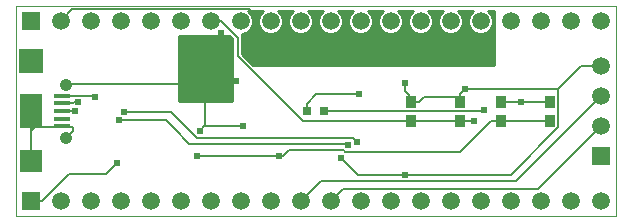
<source format=gtl>
G04 (created by PCBNEW (2013-07-07 BZR 4022)-stable) date 21/01/2015 21:28:15*
%MOIN*%
G04 Gerber Fmt 3.4, Leading zero omitted, Abs format*
%FSLAX34Y34*%
G01*
G70*
G90*
G04 APERTURE LIST*
%ADD10C,0.00590551*%
%ADD11C,0.00393701*%
%ADD12R,0.0354331X0.0393701*%
%ADD13R,0.0590551X0.0590551*%
%ADD14C,0.0590551*%
%ADD15R,0.0748X0.1142*%
%ADD16R,0.0827X0.0827*%
%ADD17R,0.0748X0.0748*%
%ADD18C,0.0413*%
%ADD19R,0.0531X0.0157*%
%ADD20R,0.0314X0.0314*%
%ADD21C,0.024*%
%ADD22C,0.006*%
%ADD23C,0.01*%
G04 APERTURE END LIST*
G54D10*
G54D11*
X0Y7000D02*
X0Y0D01*
X20000Y7000D02*
X0Y7000D01*
X20000Y0D02*
X20000Y7000D01*
X0Y0D02*
X20000Y0D01*
G54D12*
X16192Y3185D03*
X16192Y3814D03*
X17807Y3185D03*
X17807Y3814D03*
X14807Y3814D03*
X14807Y3185D03*
X13192Y3814D03*
X13192Y3185D03*
G54D13*
X19500Y2000D03*
G54D14*
X19500Y3000D03*
X19500Y4000D03*
X19500Y5000D03*
G54D13*
X500Y500D03*
G54D14*
X1500Y500D03*
X2500Y500D03*
X3500Y500D03*
X4500Y500D03*
X5500Y500D03*
X6500Y500D03*
X7500Y500D03*
X8500Y500D03*
X9500Y500D03*
X10500Y500D03*
X11500Y500D03*
X12500Y500D03*
X13499Y500D03*
X14500Y500D03*
X15500Y500D03*
X16500Y500D03*
X17500Y500D03*
X18500Y500D03*
X19500Y500D03*
G54D13*
X500Y6500D03*
G54D14*
X1500Y6500D03*
X2500Y6500D03*
X3500Y6500D03*
X4500Y6500D03*
X5500Y6500D03*
X6500Y6500D03*
X7500Y6500D03*
X8500Y6500D03*
X9500Y6500D03*
X10500Y6500D03*
X11500Y6500D03*
X12500Y6500D03*
X13499Y6500D03*
X14500Y6500D03*
X15500Y6500D03*
X16500Y6500D03*
X17500Y6500D03*
X18500Y6500D03*
X19500Y6500D03*
G54D15*
X500Y3500D03*
G54D16*
X500Y5173D03*
G54D17*
X500Y1827D03*
G54D18*
X1681Y2614D03*
X1681Y4386D03*
G54D19*
X1543Y3500D03*
X1543Y3244D03*
X1543Y2988D03*
X1543Y3756D03*
X1543Y4012D03*
G54D20*
X9705Y3500D03*
X10295Y3500D03*
G54D21*
X9411Y5283D03*
X6030Y2000D03*
X8780Y2000D03*
X11080Y2360D03*
X3443Y3198D03*
X11370Y2460D03*
X3623Y3478D03*
X11454Y4065D03*
X2635Y3987D03*
X15272Y3184D03*
X12980Y1380D03*
X10840Y1950D03*
X7333Y4488D03*
X7595Y2996D03*
X14994Y4243D03*
X6141Y2854D03*
X12966Y4441D03*
X6838Y6111D03*
X15618Y3527D03*
X1991Y3500D03*
X2065Y3801D03*
X16856Y3814D03*
X3370Y1770D03*
G54D22*
X7800Y6860D02*
X7810Y6860D01*
X7764Y6895D02*
X7800Y6860D01*
X1895Y6895D02*
X1500Y6500D01*
X7250Y6895D02*
X1895Y6895D01*
X7250Y6895D02*
X7764Y6895D01*
X8806Y5283D02*
X9411Y5283D01*
X8000Y6090D02*
X8806Y5283D01*
X8000Y6670D02*
X8000Y6090D01*
X7810Y6860D02*
X8000Y6670D01*
X8780Y2000D02*
X8910Y2000D01*
X10990Y2140D02*
X14810Y2140D01*
X10940Y2190D02*
X10990Y2140D01*
X9100Y2190D02*
X10940Y2190D01*
X8910Y2000D02*
X9100Y2190D01*
X6240Y2000D02*
X6030Y2000D01*
X8780Y2000D02*
X6240Y2000D01*
X15925Y3185D02*
X15855Y3185D01*
X15855Y3185D02*
X14810Y2140D01*
X16192Y3185D02*
X15925Y3185D01*
X8780Y2000D02*
X8780Y2000D01*
X17807Y3185D02*
X16192Y3185D01*
X16669Y1169D02*
X19500Y4000D01*
X10169Y1169D02*
X16669Y1169D01*
X9500Y500D02*
X10169Y1169D01*
X17403Y903D02*
X19500Y3000D01*
X10903Y903D02*
X17403Y903D01*
X10500Y500D02*
X10903Y903D01*
X5300Y2900D02*
X5300Y2902D01*
X5300Y2900D02*
X5790Y2410D01*
X5790Y2410D02*
X11030Y2410D01*
X11030Y2410D02*
X11080Y2360D01*
X5003Y3198D02*
X3443Y3198D01*
X5300Y2902D02*
X5003Y3198D01*
X5520Y3130D02*
X5520Y3132D01*
X5520Y3130D02*
X6060Y2590D01*
X6060Y2590D02*
X11240Y2590D01*
X11240Y2590D02*
X11370Y2460D01*
X5173Y3478D02*
X3623Y3478D01*
X5520Y3132D02*
X5173Y3478D01*
X10394Y4065D02*
X10025Y4065D01*
X10394Y4065D02*
X11454Y4065D01*
X9705Y3745D02*
X9705Y3500D01*
X10025Y4065D02*
X9705Y3745D01*
X2611Y4012D02*
X1898Y4012D01*
X2635Y3987D02*
X2611Y4012D01*
X1542Y4012D02*
X1898Y4012D01*
X14807Y3185D02*
X15074Y3185D01*
X15074Y3185D02*
X15074Y3184D01*
X15074Y3184D02*
X15272Y3184D01*
X8559Y4193D02*
X8556Y4193D01*
X13192Y3185D02*
X9568Y3185D01*
X9568Y3185D02*
X8559Y4193D01*
X7400Y5950D02*
X6850Y6500D01*
X7400Y5350D02*
X7400Y5950D01*
X8556Y4193D02*
X7400Y5350D01*
X6871Y6500D02*
X6850Y6500D01*
X6850Y6500D02*
X6500Y6500D01*
X13192Y3185D02*
X14807Y3185D01*
X12979Y1380D02*
X12979Y1380D01*
X12980Y1380D02*
X12979Y1380D01*
X12250Y1380D02*
X11410Y1380D01*
X16512Y1379D02*
X13386Y1379D01*
X18088Y2955D02*
X16512Y1379D01*
X18088Y4243D02*
X18088Y2955D01*
X13384Y1381D02*
X12979Y1380D01*
X12979Y1380D02*
X12250Y1380D01*
X13386Y1379D02*
X13384Y1381D01*
X11410Y1380D02*
X10840Y1950D01*
X7243Y4398D02*
X6325Y4398D01*
X7333Y4488D02*
X7243Y4398D01*
X6325Y4398D02*
X5406Y4398D01*
X5406Y4398D02*
X1693Y4398D01*
X1693Y4398D02*
X1680Y4385D01*
X6325Y4271D02*
X6325Y4398D01*
X6325Y4398D02*
X6325Y5305D01*
X6325Y2996D02*
X6325Y4271D01*
X6325Y5305D02*
X6838Y5818D01*
X7595Y2996D02*
X6325Y2996D01*
X6325Y2996D02*
X6284Y2996D01*
X6284Y2996D02*
X6141Y2854D01*
X6838Y5818D02*
X6838Y6111D01*
X500Y1827D02*
X500Y2291D01*
X500Y3500D02*
X500Y2838D01*
X500Y2838D02*
X500Y2291D01*
X649Y2987D02*
X500Y2838D01*
X1542Y2987D02*
X649Y2987D01*
X1898Y2831D02*
X1898Y2987D01*
X1680Y2614D02*
X1898Y2831D01*
X1542Y2987D02*
X1898Y2987D01*
X14852Y4101D02*
X14994Y4243D01*
X14807Y4101D02*
X14852Y4101D01*
X14807Y3814D02*
X14807Y3958D01*
X14807Y3958D02*
X14807Y4101D01*
X13603Y3958D02*
X13460Y3814D01*
X14807Y3958D02*
X13603Y3958D01*
X18845Y5000D02*
X18088Y4243D01*
X19500Y5000D02*
X18845Y5000D01*
X18088Y4243D02*
X14994Y4243D01*
X6838Y5807D02*
X6838Y5818D01*
X13192Y3814D02*
X13326Y3814D01*
X13326Y3814D02*
X13460Y3814D01*
X12966Y4175D02*
X12966Y4441D01*
X13326Y3814D02*
X12966Y4175D01*
X10295Y3500D02*
X10542Y3500D01*
X15590Y3500D02*
X15618Y3527D01*
X10542Y3500D02*
X15590Y3500D01*
X1542Y3500D02*
X1898Y3500D01*
X1898Y3500D02*
X1991Y3500D01*
X1943Y3801D02*
X1898Y3755D01*
X2065Y3801D02*
X1943Y3801D01*
X1542Y3755D02*
X1898Y3755D01*
X16192Y3814D02*
X16856Y3814D01*
X16856Y3814D02*
X17807Y3814D01*
X2780Y1396D02*
X2996Y1396D01*
X2996Y1396D02*
X3370Y1770D01*
X885Y500D02*
X500Y500D01*
X1782Y1396D02*
X2780Y1396D01*
X885Y500D02*
X1782Y1396D01*
G54D10*
G36*
X15950Y5050D02*
X7926Y5050D01*
X7560Y5416D01*
X7560Y5950D01*
X7550Y6000D01*
X7550Y6000D01*
X7550Y6074D01*
X7584Y6074D01*
X7740Y6139D01*
X7860Y6258D01*
X7925Y6415D01*
X7925Y6584D01*
X7860Y6740D01*
X7751Y6850D01*
X8248Y6850D01*
X8139Y6741D01*
X8074Y6584D01*
X8074Y6415D01*
X8139Y6259D01*
X8258Y6139D01*
X8415Y6074D01*
X8584Y6074D01*
X8740Y6139D01*
X8860Y6258D01*
X8925Y6415D01*
X8925Y6584D01*
X8860Y6740D01*
X8751Y6850D01*
X9248Y6850D01*
X9139Y6741D01*
X9074Y6584D01*
X9074Y6415D01*
X9139Y6259D01*
X9258Y6139D01*
X9415Y6074D01*
X9584Y6074D01*
X9740Y6139D01*
X9860Y6258D01*
X9925Y6415D01*
X9925Y6584D01*
X9860Y6740D01*
X9751Y6850D01*
X10248Y6850D01*
X10139Y6741D01*
X10074Y6584D01*
X10074Y6415D01*
X10139Y6259D01*
X10258Y6139D01*
X10415Y6074D01*
X10584Y6074D01*
X10740Y6139D01*
X10860Y6258D01*
X10925Y6415D01*
X10925Y6584D01*
X10860Y6740D01*
X10751Y6850D01*
X11248Y6850D01*
X11139Y6741D01*
X11074Y6584D01*
X11074Y6415D01*
X11139Y6259D01*
X11258Y6139D01*
X11415Y6074D01*
X11584Y6074D01*
X11740Y6139D01*
X11860Y6258D01*
X11925Y6415D01*
X11925Y6584D01*
X11860Y6740D01*
X11751Y6850D01*
X12248Y6850D01*
X12139Y6741D01*
X12074Y6584D01*
X12074Y6415D01*
X12139Y6259D01*
X12258Y6139D01*
X12415Y6074D01*
X12584Y6074D01*
X12740Y6139D01*
X12860Y6258D01*
X12925Y6415D01*
X12925Y6584D01*
X12860Y6740D01*
X12751Y6850D01*
X13248Y6850D01*
X13139Y6741D01*
X13074Y6584D01*
X13074Y6415D01*
X13139Y6259D01*
X13258Y6139D01*
X13415Y6074D01*
X13584Y6074D01*
X13740Y6139D01*
X13860Y6258D01*
X13925Y6415D01*
X13925Y6584D01*
X13860Y6740D01*
X13751Y6850D01*
X14248Y6850D01*
X14139Y6741D01*
X14074Y6584D01*
X14074Y6415D01*
X14139Y6259D01*
X14258Y6139D01*
X14415Y6074D01*
X14584Y6074D01*
X14740Y6139D01*
X14860Y6258D01*
X14925Y6415D01*
X14925Y6584D01*
X14860Y6740D01*
X14751Y6850D01*
X15248Y6850D01*
X15139Y6741D01*
X15074Y6584D01*
X15074Y6415D01*
X15139Y6259D01*
X15258Y6139D01*
X15415Y6074D01*
X15584Y6074D01*
X15740Y6139D01*
X15860Y6258D01*
X15925Y6415D01*
X15925Y6584D01*
X15860Y6740D01*
X15751Y6850D01*
X15950Y6850D01*
X15950Y5050D01*
X15950Y5050D01*
G37*
G54D23*
X15950Y5050D02*
X7926Y5050D01*
X7560Y5416D01*
X7560Y5950D01*
X7550Y6000D01*
X7550Y6000D01*
X7550Y6074D01*
X7584Y6074D01*
X7740Y6139D01*
X7860Y6258D01*
X7925Y6415D01*
X7925Y6584D01*
X7860Y6740D01*
X7751Y6850D01*
X8248Y6850D01*
X8139Y6741D01*
X8074Y6584D01*
X8074Y6415D01*
X8139Y6259D01*
X8258Y6139D01*
X8415Y6074D01*
X8584Y6074D01*
X8740Y6139D01*
X8860Y6258D01*
X8925Y6415D01*
X8925Y6584D01*
X8860Y6740D01*
X8751Y6850D01*
X9248Y6850D01*
X9139Y6741D01*
X9074Y6584D01*
X9074Y6415D01*
X9139Y6259D01*
X9258Y6139D01*
X9415Y6074D01*
X9584Y6074D01*
X9740Y6139D01*
X9860Y6258D01*
X9925Y6415D01*
X9925Y6584D01*
X9860Y6740D01*
X9751Y6850D01*
X10248Y6850D01*
X10139Y6741D01*
X10074Y6584D01*
X10074Y6415D01*
X10139Y6259D01*
X10258Y6139D01*
X10415Y6074D01*
X10584Y6074D01*
X10740Y6139D01*
X10860Y6258D01*
X10925Y6415D01*
X10925Y6584D01*
X10860Y6740D01*
X10751Y6850D01*
X11248Y6850D01*
X11139Y6741D01*
X11074Y6584D01*
X11074Y6415D01*
X11139Y6259D01*
X11258Y6139D01*
X11415Y6074D01*
X11584Y6074D01*
X11740Y6139D01*
X11860Y6258D01*
X11925Y6415D01*
X11925Y6584D01*
X11860Y6740D01*
X11751Y6850D01*
X12248Y6850D01*
X12139Y6741D01*
X12074Y6584D01*
X12074Y6415D01*
X12139Y6259D01*
X12258Y6139D01*
X12415Y6074D01*
X12584Y6074D01*
X12740Y6139D01*
X12860Y6258D01*
X12925Y6415D01*
X12925Y6584D01*
X12860Y6740D01*
X12751Y6850D01*
X13248Y6850D01*
X13139Y6741D01*
X13074Y6584D01*
X13074Y6415D01*
X13139Y6259D01*
X13258Y6139D01*
X13415Y6074D01*
X13584Y6074D01*
X13740Y6139D01*
X13860Y6258D01*
X13925Y6415D01*
X13925Y6584D01*
X13860Y6740D01*
X13751Y6850D01*
X14248Y6850D01*
X14139Y6741D01*
X14074Y6584D01*
X14074Y6415D01*
X14139Y6259D01*
X14258Y6139D01*
X14415Y6074D01*
X14584Y6074D01*
X14740Y6139D01*
X14860Y6258D01*
X14925Y6415D01*
X14925Y6584D01*
X14860Y6740D01*
X14751Y6850D01*
X15248Y6850D01*
X15139Y6741D01*
X15074Y6584D01*
X15074Y6415D01*
X15139Y6259D01*
X15258Y6139D01*
X15415Y6074D01*
X15584Y6074D01*
X15740Y6139D01*
X15860Y6258D01*
X15925Y6415D01*
X15925Y6584D01*
X15860Y6740D01*
X15751Y6850D01*
X15950Y6850D01*
X15950Y5050D01*
G54D10*
G36*
X7200Y3850D02*
X5450Y3850D01*
X5450Y6000D01*
X7123Y6000D01*
X7200Y5923D01*
X7200Y3850D01*
X7200Y3850D01*
G37*
G54D23*
X7200Y3850D02*
X5450Y3850D01*
X5450Y6000D01*
X7123Y6000D01*
X7200Y5923D01*
X7200Y3850D01*
M02*

</source>
